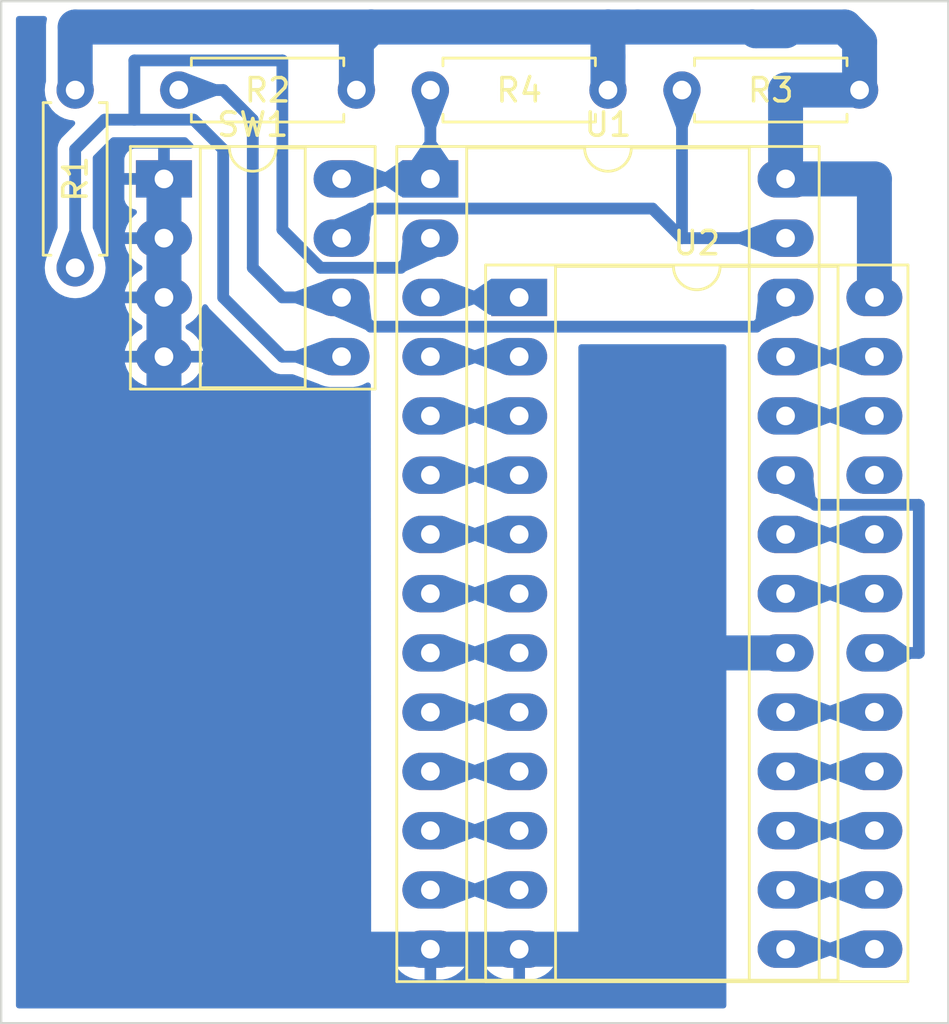
<source format=kicad_pcb>
(kicad_pcb (version 20240108) (generator "pcbnew") (generator_version "8.0")
  (title_block (title "27512 on 2332 socket adaptor") (date "2024-05-24") (rev "0.1") (company "Mercury-Nihombashi"))
  (layers (0 "F.Cu" signal) (31 "B.Cu" signal) (34 "B.Paste" user) (35 "F.Paste" user) (36 "B.SilkS" user "B.Silkscreen") (37 "F.SilkS" user "F.Silkscreen") (38 "B.Mask" user) (39 "F.Mask" user) (44 "Edge.Cuts" user))
  (net 0 "")
  (net 1 "VCC")
  (net 2 "GND")
  (net 3 "/A12")
  (net 4 "/A13")
  (net 5 "/A14")
  (net 6 "/A15")
  (net 7 "/A7")
  (net 8 "/A6")
  (net 9 "/A5")
  (net 10 "/A4")
  (net 11 "/A3")
  (net 12 "/A2")
  (net 13 "/A1")
  (net 14 "/A0")
  (net 15 "/D0")
  (net 16 "/D1")
  (net 17 "/D2")
  (net 18 "/D3")
  (net 19 "/D4")
  (net 20 "/D5")
  (net 21 "/D6")
  (net 22 "/D7")
  (net 23 "Net-(U1-~{OE})")
  (net 24 "/A10")
  (net 26 "/A11")
  (net 27 "/A9")
  (net 28 "/A8")
  (footprint "Package_DIP:DIP-24_W15.24mm_Socket_LongPads" (layer "F.Cu") (at 84.549 33.82)
    (property "Reference" "U2" (at 7.62 -2.33 0) (layer "F.SilkS"))
    (property "Value" "MZ1200_MROM_SOCKET")
    (fp_line (start -1.44 -1.39) (end -1.44 29.33) (stroke (width 0.12)) (layer "F.SilkS"))
    (fp_line (start -1.44 29.33) (end 16.68 29.33) (stroke (width 0.12)) (layer "F.SilkS"))
    (fp_line (start 1.56 -1.33) (end 1.56 29.27) (stroke (width 0.12)) (layer "F.SilkS"))
    (fp_line (start 1.56 29.27) (end 13.68 29.27) (stroke (width 0.12)) (layer "F.SilkS"))
    (fp_line (start 6.62 -1.33) (end 1.56 -1.33) (stroke (width 0.12)) (layer "F.SilkS"))
    (fp_line (start 13.68 -1.33) (end 8.62 -1.33) (stroke (width 0.12)) (layer "F.SilkS"))
    (fp_line (start 13.68 29.27) (end 13.68 -1.33) (stroke (width 0.12)) (layer "F.SilkS"))
    (fp_line (start 16.68 -1.39) (end -1.44 -1.39) (stroke (width 0.12)) (layer "F.SilkS"))
    (fp_line (start 16.68 29.33) (end 16.68 -1.39) (stroke (width 0.12)) (layer "F.SilkS"))
    (fp_arc (start 8.62 -1.33) (mid 7.62 -0.33) (end 6.62 -1.33) (stroke (width 0.12)) (layer "F.SilkS"))
    (pad "1" thru_hole rect (at 0 0) (size 2.4 1.6) (drill 0.8) (layers "*.Cu" "*.Mask") (net 7 "/A7"))
    (pad "2" thru_hole oval (at 0 2.54) (size 2.4 1.6) (drill 0.8) (layers "*.Cu" "*.Mask") (net 8 "/A6"))
    (pad "3" thru_hole oval (at 0 5.08) (size 2.4 1.6) (drill 0.8) (layers "*.Cu" "*.Mask") (net 9 "/A5"))
    (pad "4" thru_hole oval (at 0 7.62) (size 2.4 1.6) (drill 0.8) (layers "*.Cu" "*.Mask") (net 10 "/A4"))
    (pad "5" thru_hole oval (at 0 10.16) (size 2.4 1.6) (drill 0.8) (layers "*.Cu" "*.Mask") (net 11 "/A3"))
    (pad "6" thru_hole oval (at 0 12.7) (size 2.4 1.6) (drill 0.8) (layers "*.Cu" "*.Mask") (net 12 "/A2"))
    (pad "7" thru_hole oval (at 0 15.24) (size 2.4 1.6) (drill 0.8) (layers "*.Cu" "*.Mask") (net 13 "/A1"))
    (pad "8" thru_hole oval (at 0 17.78) (size 2.4 1.6) (drill 0.8) (layers "*.Cu" "*.Mask") (net 14 "/A0"))
    (pad "9" thru_hole oval (at 0 20.32) (size 2.4 1.6) (drill 0.8) (layers "*.Cu" "*.Mask") (net 15 "/D0"))
    (pad "10" thru_hole oval (at 0 22.86) (size 2.4 1.6) (drill 0.8) (layers "*.Cu" "*.Mask") (net 16 "/D1"))
    (pad "11" thru_hole oval (at 0 25.4) (size 2.4 1.6) (drill 0.8) (layers "*.Cu" "*.Mask") (net 17 "/D2"))
    (pad "12" thru_hole oval (at 0 27.94) (size 2.4 1.6) (drill 0.8) (layers "*.Cu" "*.Mask") (net 2 "GND"))
    (pad "13" thru_hole oval (at 15.24 27.94) (size 2.4 1.6) (drill 0.8) (layers "*.Cu" "*.Mask") (net 18 "/D3"))
    (pad "14" thru_hole oval (at 15.24 25.4) (size 2.4 1.6) (drill 0.8) (layers "*.Cu" "*.Mask") (net 19 "/D4"))
    (pad "15" thru_hole oval (at 15.24 22.86) (size 2.4 1.6) (drill 0.8) (layers "*.Cu" "*.Mask") (net 20 "/D5"))
    (pad "16" thru_hole oval (at 15.24 20.32) (size 2.4 1.6) (drill 0.8) (layers "*.Cu" "*.Mask") (net 21 "/D6"))
    (pad "17" thru_hole oval (at 15.24 17.78) (size 2.4 1.6) (drill 0.8) (layers "*.Cu" "*.Mask") (net 22 "/D7"))
    (pad "18" thru_hole oval (at 15.24 15.24) (size 2.4 1.6) (drill 0.8) (layers "*.Cu" "*.Mask") (net 26 "/A11"))
    (pad "19" thru_hole oval (at 15.24 12.7) (size 2.4 1.6) (drill 0.8) (layers "*.Cu" "*.Mask") (net 24 "/A10"))
    (pad "20" thru_hole oval (at 15.24 10.16) (size 2.4 1.6) (drill 0.8) (layers "*.Cu" "*.Mask") (net 23 "Net-(U1-~{OE})"))
    (pad "21" thru_hole oval (at 15.24 7.62) (size 2.4 1.6) (drill 0.8) (layers "*.Cu" "*.Mask"))
    (pad "22" thru_hole oval (at 15.24 5.08) (size 2.4 1.6) (drill 0.8) (layers "*.Cu" "*.Mask") (net 27 "/A9"))
    (pad "23" thru_hole oval (at 15.24 2.54) (size 2.4 1.6) (drill 0.8) (layers "*.Cu" "*.Mask") (net 28 "/A8"))
    (pad "24" thru_hole oval (at 15.24 0) (size 2.4 1.6) (drill 0.8) (layers "*.Cu" "*.Mask") (net 1 "VCC"))
  )
  (footprint "Resistor_THT:R_Axial_DIN0207_L6.3mm_D2.5mm_P7.62mm_Horizontal" (layer "F.Cu") (at 65.499 32.55 90)
    (property "Reference" "R1" (at 3.81 0.011 -90) (layer "F.SilkS"))
    (property "Value" "10k")
    (fp_line (start 7.08 -1.37) (end 7.08 -1.04) (stroke (width 0.12)) (layer "F.SilkS"))
    (fp_line (start 0.54 -1.37) (end 7.08 -1.37) (stroke (width 0.12)) (layer "F.SilkS"))
    (fp_line (start 0.54 -1.04) (end 0.54 -1.37) (stroke (width 0.12)) (layer "F.SilkS"))
    (fp_line (start 0.54 1.04) (end 0.54 1.37) (stroke (width 0.12)) (layer "F.SilkS"))
    (fp_line (start 7.08 1.37) (end 7.08 1.04) (stroke (width 0.12)) (layer "F.SilkS"))
    (fp_line (start 0.54 1.37) (end 7.08 1.37) (stroke (width 0.12)) (layer "F.SilkS"))
    (pad "1" thru_hole circle (at 0 0 90) (size 1.6 1.6) (drill 0.8) (layers "*.Cu" "*.Mask") (net 3 "/A12"))
    (pad "2" thru_hole oval (at 7.62 0 90) (size 1.6 1.6) (drill 0.8) (layers "*.Cu" "*.Mask") (net 1 "VCC"))
  )
  (footprint "Resistor_THT:R_Axial_DIN0207_L6.3mm_D2.5mm_P7.62mm_Horizontal" (layer "F.Cu") (at 80.739 24.93)
    (property "Reference" "R4" (at 3.81 0.011 0) (layer "F.SilkS"))
    (property "Value" "10k")
    (fp_line (start 0.54 -1.37) (end 7.08 -1.37) (stroke (width 0.12)) (layer "F.SilkS"))
    (fp_line (start 0.54 -1.04) (end 0.54 -1.37) (stroke (width 0.12)) (layer "F.SilkS"))
    (fp_line (start 0.54 1.04) (end 0.54 1.37) (stroke (width 0.12)) (layer "F.SilkS"))
    (fp_line (start 0.54 1.37) (end 7.08 1.37) (stroke (width 0.12)) (layer "F.SilkS"))
    (fp_line (start 7.08 -1.37) (end 7.08 -1.04) (stroke (width 0.12)) (layer "F.SilkS"))
    (fp_line (start 7.08 1.37) (end 7.08 1.04) (stroke (width 0.12)) (layer "F.SilkS"))
    (pad "1" thru_hole circle (at 0 0) (size 1.6 1.6) (drill 0.8) (layers "*.Cu" "*.Mask") (net 6 "/A15"))
    (pad "2" thru_hole oval (at 7.62 0) (size 1.6 1.6) (drill 0.8) (layers "*.Cu" "*.Mask") (net 1 "VCC"))
  )
  (footprint "Resistor_THT:R_Axial_DIN0207_L6.3mm_D2.5mm_P7.62mm_Horizontal" (layer "F.Cu") (at 91.534 24.93)
    (property "Reference" "R3" (at 3.81 0.011 0) (layer "F.SilkS"))
    (property "Value" "10k")
    (fp_line (start 0.54 -1.37) (end 7.08 -1.37) (stroke (width 0.12)) (layer "F.SilkS"))
    (fp_line (start 0.54 -1.04) (end 0.54 -1.37) (stroke (width 0.12)) (layer "F.SilkS"))
    (fp_line (start 0.54 1.04) (end 0.54 1.37) (stroke (width 0.12)) (layer "F.SilkS"))
    (fp_line (start 0.54 1.37) (end 7.08 1.37) (stroke (width 0.12)) (layer "F.SilkS"))
    (fp_line (start 7.08 -1.37) (end 7.08 -1.04) (stroke (width 0.12)) (layer "F.SilkS"))
    (fp_line (start 7.08 1.37) (end 7.08 1.04) (stroke (width 0.12)) (layer "F.SilkS"))
    (pad "1" thru_hole circle (at 0 0) (size 1.6 1.6) (drill 0.8) (layers "*.Cu" "*.Mask") (net 5 "/A14"))
    (pad "2" thru_hole oval (at 7.62 0) (size 1.6 1.6) (drill 0.8) (layers "*.Cu" "*.Mask") (net 1 "VCC"))
  )
  (footprint "Package_DIP:DIP-8_W7.62mm_Socket_LongPads" (layer "F.Cu") (at 69.309 28.74)
    (property "Reference" "SW1" (at 3.81 -2.33 0) (layer "F.SilkS"))
    (property "Value" "SW_DIP_x04")
    (fp_line (start -1.44 -1.39) (end -1.44 9.01) (stroke (width 0.12)) (layer "F.SilkS"))
    (fp_line (start -1.44 9.01) (end 9.06 9.01) (stroke (width 0.12)) (layer "F.SilkS"))
    (fp_line (start 1.56 -1.33) (end 1.56 8.95) (stroke (width 0.12)) (layer "F.SilkS"))
    (fp_line (start 1.56 8.95) (end 6.06 8.95) (stroke (width 0.12)) (layer "F.SilkS"))
    (fp_line (start 2.81 -1.33) (end 1.56 -1.33) (stroke (width 0.12)) (layer "F.SilkS"))
    (fp_line (start 6.06 -1.33) (end 4.81 -1.33) (stroke (width 0.12)) (layer "F.SilkS"))
    (fp_line (start 6.06 8.95) (end 6.06 -1.33) (stroke (width 0.12)) (layer "F.SilkS"))
    (fp_line (start 9.06 -1.39) (end -1.44 -1.39) (stroke (width 0.12)) (layer "F.SilkS"))
    (fp_line (start 9.06 9.01) (end 9.06 -1.39) (stroke (width 0.12)) (layer "F.SilkS"))
    (fp_arc (start 4.81 -1.33) (mid 3.81 -0.33) (end 2.81 -1.33) (stroke (width 0.12)) (layer "F.SilkS"))
    (pad "1" thru_hole rect (at 0 0) (size 2.4 1.6) (drill 0.8) (layers "*.Cu" "*.Mask") (net 2 "GND"))
    (pad "2" thru_hole oval (at 0 2.54) (size 2.4 1.6) (drill 0.8) (layers "*.Cu" "*.Mask") (net 2 "GND"))
    (pad "3" thru_hole oval (at 0 5.08) (size 2.4 1.6) (drill 0.8) (layers "*.Cu" "*.Mask") (net 2 "GND"))
    (pad "4" thru_hole oval (at 0 7.62) (size 2.4 1.6) (drill 0.8) (layers "*.Cu" "*.Mask") (net 2 "GND"))
    (pad "5" thru_hole oval (at 7.62 7.62) (size 2.4 1.6) (drill 0.8) (layers "*.Cu" "*.Mask") (net 3 "/A12"))
    (pad "6" thru_hole oval (at 7.62 5.08) (size 2.4 1.6) (drill 0.8) (layers "*.Cu" "*.Mask") (net 4 "/A13"))
    (pad "7" thru_hole oval (at 7.62 2.54) (size 2.4 1.6) (drill 0.8) (layers "*.Cu" "*.Mask") (net 5 "/A14"))
    (pad "8" thru_hole oval (at 7.62 0) (size 2.4 1.6) (drill 0.8) (layers "*.Cu" "*.Mask") (net 6 "/A15"))
  )
  (footprint "Resistor_THT:R_Axial_DIN0207_L6.3mm_D2.5mm_P7.62mm_Horizontal" (layer "F.Cu") (at 69.944 24.93)
    (property "Reference" "R2" (at 3.81 0.011 0) (layer "F.SilkS"))
    (property "Value" "10k")
    (fp_line (start 0.54 -1.37) (end 7.08 -1.37) (stroke (width 0.12)) (layer "F.SilkS"))
    (fp_line (start 0.54 -1.04) (end 0.54 -1.37) (stroke (width 0.12)) (layer "F.SilkS"))
    (fp_line (start 0.54 1.04) (end 0.54 1.37) (stroke (width 0.12)) (layer "F.SilkS"))
    (fp_line (start 0.54 1.37) (end 7.08 1.37) (stroke (width 0.12)) (layer "F.SilkS"))
    (fp_line (start 7.08 -1.37) (end 7.08 -1.04) (stroke (width 0.12)) (layer "F.SilkS"))
    (fp_line (start 7.08 1.37) (end 7.08 1.04) (stroke (width 0.12)) (layer "F.SilkS"))
    (pad "1" thru_hole circle (at 0 0) (size 1.6 1.6) (drill 0.8) (layers "*.Cu" "*.Mask") (net 4 "/A13"))
    (pad "2" thru_hole oval (at 7.62 0) (size 1.6 1.6) (drill 0.8) (layers "*.Cu" "*.Mask") (net 1 "VCC"))
  )
  (footprint "Package_DIP:DIP-28_W15.24mm_Socket_LongPads" (layer "F.Cu") (at 80.739 28.74)
    (property "Reference" "U1" (at 7.62 -2.33 0) (layer "F.SilkS"))
    (property "Value" "27512")
    (fp_line (start -1.44 -1.39) (end -1.44 34.41) (stroke (width 0.12)) (layer "F.SilkS"))
    (fp_line (start -1.44 34.41) (end 16.68 34.41) (stroke (width 0.12)) (layer "F.SilkS"))
    (fp_line (start 1.56 -1.33) (end 1.56 34.35) (stroke (width 0.12)) (layer "F.SilkS"))
    (fp_line (start 1.56 34.35) (end 13.68 34.35) (stroke (width 0.12)) (layer "F.SilkS"))
    (fp_line (start 6.62 -1.33) (end 1.56 -1.33) (stroke (width 0.12)) (layer "F.SilkS"))
    (fp_line (start 13.68 -1.33) (end 8.62 -1.33) (stroke (width 0.12)) (layer "F.SilkS"))
    (fp_line (start 13.68 34.35) (end 13.68 -1.33) (stroke (width 0.12)) (layer "F.SilkS"))
    (fp_line (start 16.68 -1.39) (end -1.44 -1.39) (stroke (width 0.12)) (layer "F.SilkS"))
    (fp_line (start 16.68 34.41) (end 16.68 -1.39) (stroke (width 0.12)) (layer "F.SilkS"))
    (fp_arc (start 8.62 -1.33) (mid 7.62 -0.33) (end 6.62 -1.33) (stroke (width 0.12)) (layer "F.SilkS"))
    (pad "1" thru_hole rect (at 0 0) (size 2.4 1.6) (drill 0.8) (layers "*.Cu" "*.Mask") (net 6 "/A15"))
    (pad "2" thru_hole oval (at 0 2.54) (size 2.4 1.6) (drill 0.8) (layers "*.Cu" "*.Mask") (net 3 "/A12"))
    (pad "3" thru_hole oval (at 0 5.08) (size 2.4 1.6) (drill 0.8) (layers "*.Cu" "*.Mask") (net 7 "/A7"))
    (pad "4" thru_hole oval (at 0 7.62) (size 2.4 1.6) (drill 0.8) (layers "*.Cu" "*.Mask") (net 8 "/A6"))
    (pad "5" thru_hole oval (at 0 10.16) (size 2.4 1.6) (drill 0.8) (layers "*.Cu" "*.Mask") (net 9 "/A5"))
    (pad "6" thru_hole oval (at 0 12.7) (size 2.4 1.6) (drill 0.8) (layers "*.Cu" "*.Mask") (net 10 "/A4"))
    (pad "7" thru_hole oval (at 0 15.24) (size 2.4 1.6) (drill 0.8) (layers "*.Cu" "*.Mask") (net 11 "/A3"))
    (pad "8" thru_hole oval (at 0 17.78) (size 2.4 1.6) (drill 0.8) (layers "*.Cu" "*.Mask") (net 12 "/A2"))
    (pad "9" thru_hole oval (at 0 20.32) (size 2.4 1.6) (drill 0.8) (layers "*.Cu" "*.Mask") (net 13 "/A1"))
    (pad "10" thru_hole oval (at 0 22.86) (size 2.4 1.6) (drill 0.8) (layers "*.Cu" "*.Mask") (net 14 "/A0"))
    (pad "11" thru_hole oval (at 0 25.4) (size 2.4 1.6) (drill 0.8) (layers "*.Cu" "*.Mask") (net 15 "/D0"))
    (pad "12" thru_hole oval (at 0 27.94) (size 2.4 1.6) (drill 0.8) (layers "*.Cu" "*.Mask") (net 16 "/D1"))
    (pad "13" thru_hole oval (at 0 30.48) (size 2.4 1.6) (drill 0.8) (layers "*.Cu" "*.Mask") (net 17 "/D2"))
    (pad "14" thru_hole oval (at 0 33.02) (size 2.4 1.6) (drill 0.8) (layers "*.Cu" "*.Mask") (net 2 "GND"))
    (pad "15" thru_hole oval (at 15.24 33.02) (size 2.4 1.6) (drill 0.8) (layers "*.Cu" "*.Mask") (net 18 "/D3"))
    (pad "16" thru_hole oval (at 15.24 30.48) (size 2.4 1.6) (drill 0.8) (layers "*.Cu" "*.Mask") (net 19 "/D4"))
    (pad "17" thru_hole oval (at 15.24 27.94) (size 2.4 1.6) (drill 0.8) (layers "*.Cu" "*.Mask") (net 20 "/D5"))
    (pad "18" thru_hole oval (at 15.24 25.4) (size 2.4 1.6) (drill 0.8) (layers "*.Cu" "*.Mask") (net 21 "/D6"))
    (pad "19" thru_hole oval (at 15.24 22.86) (size 2.4 1.6) (drill 0.8) (layers "*.Cu" "*.Mask") (net 22 "/D7"))
    (pad "20" thru_hole oval (at 15.24 20.32) (size 2.4 1.6) (drill 0.8) (layers "*.Cu" "*.Mask") (net 2 "GND"))
    (pad "21" thru_hole oval (at 15.24 17.78) (size 2.4 1.6) (drill 0.8) (layers "*.Cu" "*.Mask") (net 24 "/A10"))
    (pad "22" thru_hole oval (at 15.24 15.24) (size 2.4 1.6) (drill 0.8) (layers "*.Cu" "*.Mask") (net 23 "Net-(U1-~{OE})"))
    (pad "23" thru_hole oval (at 15.24 12.7) (size 2.4 1.6) (drill 0.8) (layers "*.Cu" "*.Mask") (net 26 "/A11"))
    (pad "24" thru_hole oval (at 15.24 10.16) (size 2.4 1.6) (drill 0.8) (layers "*.Cu" "*.Mask") (net 27 "/A9"))
    (pad "25" thru_hole oval (at 15.24 7.62) (size 2.4 1.6) (drill 0.8) (layers "*.Cu" "*.Mask") (net 28 "/A8"))
    (pad "26" thru_hole oval (at 15.24 5.08) (size 2.4 1.6) (drill 0.8) (layers "*.Cu" "*.Mask") (net 4 "/A13"))
    (pad "27" thru_hole oval (at 15.24 2.54) (size 2.4 1.6) (drill 0.8) (layers "*.Cu" "*.Mask") (net 5 "/A14"))
    (pad "28" thru_hole oval (at 15.24 0) (size 2.4 1.6) (drill 0.8) (layers "*.Cu" "*.Mask") (net 1 "VCC"))
  )
  (gr_rect (start 62.324 21.12) (end 102.964 64.935) (stroke (width 0.1)) (fill none) (layer "Edge.Cuts"))
  (segment (start 78.199 22.228) (end 77.564 22.863) (width 1.5) (layer "B.Cu") (net 1))
  (segment (start 98.519 22.228) (end 99.154 22.863) (width 1.5) (layer "B.Cu") (net 1))
  (segment (start 99.789 28.74) (end 95.979 28.74) (width 1.5) (layer "B.Cu") (net 1))
  (segment (start 95.979 22.39) (end 94.709 22.39) (width 1.5) (layer "B.Cu") (net 1))
  (segment (start 89.629 22.228) (end 88.359 22.228) (width 1.5) (layer "B.Cu") (net 1))
  (segment (start 65.499 22.228) (end 65.499 24.93) (width 1.5) (layer "B.Cu") (net 1))
  (segment (start 99.789 33.82) (end 99.789 28.74) (width 1.5) (layer "B.Cu") (net 1))
  (segment (start 78.199 22.228) (end 65.499 22.228) (width 1.5) (layer "B.Cu") (net 1))
  (segment (start 88.359 23.498) (end 88.359 24.93) (width 1.5) (layer "B.Cu") (net 1))
  (segment (start 88.359 22.228) (end 78.199 22.228) (width 1.5) (layer "B.Cu") (net 1))
  (segment (start 88.359 22.228) (end 88.359 23.498) (width 1.5) (layer "B.Cu") (net 1))
  (segment (start 94.709 22.39) (end 94.547 22.228) (width 1.5) (layer "B.Cu") (net 1))
  (segment (start 77.564 22.863) (end 77.564 24.93) (width 1.5) (layer "B.Cu") (net 1))
  (segment (start 99.154 22.863) (end 99.154 24.93) (width 1.5) (layer "B.Cu") (net 1))
  (segment (start 95.979 28.74) (end 95.979 24.93) (width 1.5) (layer "B.Cu") (net 1))
  (segment (start 95.979 24.93) (end 99.154 24.93) (width 1.5) (layer "B.Cu") (net 1))
  (segment (start 94.547 22.228) (end 98.519 22.228) (width 1.5) (layer "B.Cu") (net 1))
  (segment (start 94.547 22.228) (end 89.629 22.228) (width 1.5) (layer "B.Cu") (net 1))
  (segment (start 80.739 61.76) (end 69.309 61.76) (width 1.5) (layer "B.Cu") (net 2))
  (segment (start 90.264 49.06) (end 95.979 49.06) (width 1.5) (layer "B.Cu") (net 2))
  (segment (start 80.739 61.76) (end 84.549 61.76) (width 1.5) (layer "B.Cu") (net 2))
  (segment (start 69.309 61.76) (end 69.309 28.74) (width 1.5) (layer "B.Cu") (net 2))
  (segment (start 90.264 61.76) (end 90.264 49.06) (width 1.5) (layer "B.Cu") (net 2))
  (segment (start 84.549 61.76) (end 90.264 61.76) (width 1.5) (layer "B.Cu") (net 2))
  (segment (start 74.389 30.913424) (end 76.025576 32.55) (width 0.505) (layer "B.Cu") (net 3))
  (segment (start 65.499 32.55) (end 65.499 27.47) (width 0.505) (layer "B.Cu") (net 3))
  (segment (start 71.849 27.47) (end 71.849 33.82) (width 0.505) (layer "B.Cu") (net 3))
  (segment (start 71.849 33.82) (end 74.389 36.36) (width 0.505) (layer "B.Cu") (net 3))
  (segment (start 74.389 23.66) (end 74.389 30.913424) (width 0.505) (layer "B.Cu") (net 3))
  (segment (start 76.025576 32.55) (end 79.469 32.55) (width 0.505) (layer "B.Cu") (net 3))
  (segment (start 65.499 27.47) (end 66.769 26.2) (width 0.505) (layer "B.Cu") (net 3))
  (segment (start 70.579 26.2) (end 71.849 27.47) (width 0.505) (layer "B.Cu") (net 3))
  (segment (start 68.039 23.66) (end 74.389 23.66) (width 0.505) (layer "B.Cu") (net 3))
  (segment (start 66.769 26.2) (end 68.039 26.2) (width 0.505) (layer "B.Cu") (net 3))
  (segment (start 79.469 32.55) (end 80.739 31.28) (width 0.505) (layer "B.Cu") (net 3))
  (segment (start 68.039 26.2) (end 68.039 23.66) (width 0.505) (layer "B.Cu") (net 3))
  (segment (start 68.039 26.2) (end 70.579 26.2) (width 0.505) (layer "B.Cu") (net 3))
  (segment (start 74.389 36.36) (end 76.929 36.36) (width 0.505) (layer "B.Cu") (net 3))
  (segment (start 73.119 32.55) (end 74.389 33.82) (width 0.505) (layer "B.Cu") (net 4))
  (segment (start 69.944 24.93) (end 71.849 24.93) (width 0.505) (layer "B.Cu") (net 4))
  (segment (start 94.725 35.074) (end 78.183 35.074) (width 0.505) (layer "B.Cu") (net 4))
  (segment (start 95.979 33.82) (end 94.725 35.074) (width 0.505) (layer "B.Cu") (net 4))
  (segment (start 71.849 24.93) (end 73.119 26.2) (width 0.505) (layer "B.Cu") (net 4))
  (segment (start 73.119 26.2) (end 73.119 32.55) (width 0.505) (layer "B.Cu") (net 4))
  (segment (start 78.183 35.074) (end 76.929 33.82) (width 0.505) (layer "B.Cu") (net 4))
  (segment (start 74.389 33.82) (end 76.929 33.82) (width 0.505) (layer "B.Cu") (net 4))
  (segment (start 91.534 31.28) (end 90.264 30.01) (width 0.505) (layer "B.Cu") (net 5))
  (segment (start 95.979 31.28) (end 91.534 31.28) (width 0.505) (layer "B.Cu") (net 5))
  (segment (start 78.199 30.01) (end 76.929 31.28) (width 0.505) (layer "B.Cu") (net 5))
  (segment (start 90.264 30.01) (end 78.199 30.01) (width 0.505) (layer "B.Cu") (net 5))
  (segment (start 91.534 24.93) (end 91.534 31.28) (width 0.505) (layer "B.Cu") (net 5))
  (segment (start 80.739 24.93) (end 80.739 28.74) (width 0.505) (layer "B.Cu") (net 6))
  (segment (start 80.739 28.74) (end 76.929 28.74) (width 0.505) (layer "B.Cu") (net 6))
  (segment (start 80.739 33.82) (end 84.549 33.82) (width 0.505) (layer "B.Cu") (net 7))
  (segment (start 80.739 36.36) (end 84.549 36.36) (width 0.505) (layer "B.Cu") (net 8))
  (segment (start 80.739 38.9) (end 84.549 38.9) (width 0.505) (layer "B.Cu") (net 9))
  (segment (start 80.739 41.44) (end 84.549 41.44) (width 0.505) (layer "B.Cu") (net 10))
  (segment (start 80.739 43.98) (end 84.549 43.98) (width 0.505) (layer "B.Cu") (net 11))
  (segment (start 80.739 46.52) (end 84.549 46.52) (width 0.505) (layer "B.Cu") (net 12))
  (segment (start 80.739 49.06) (end 84.549 49.06) (width 0.505) (layer "B.Cu") (net 13))
  (segment (start 80.739 51.6) (end 84.549 51.6) (width 0.505) (layer "B.Cu") (net 14))
  (segment (start 80.739 54.14) (end 84.549 54.14) (width 0.505) (layer "B.Cu") (net 15))
  (segment (start 80.739 56.68) (end 84.549 56.68) (width 0.505) (layer "B.Cu") (net 16))
  (segment (start 80.739 59.22) (end 84.549 59.22) (width 0.505) (layer "B.Cu") (net 17))
  (segment (start 95.979 61.76) (end 99.789 61.76) (width 0.505) (layer "B.Cu") (net 18))
  (segment (start 95.979 59.22) (end 99.789 59.22) (width 0.505) (layer "B.Cu") (net 19))
  (segment (start 95.979 56.68) (end 99.789 56.68) (width 0.505) (layer "B.Cu") (net 20))
  (segment (start 95.979 54.14) (end 99.789 54.14) (width 0.505) (layer "B.Cu") (net 21))
  (segment (start 95.979 51.6) (end 99.789 51.6) (width 0.505) (layer "B.Cu") (net 22))
  (segment (start 95.979 43.98) (end 99.789 43.98) (width 0.505) (layer "B.Cu") (net 23))
  (segment (start 95.979 46.52) (end 99.789 46.52) (width 0.505) (layer "B.Cu") (net 24))
  (segment (start 101.694 42.71) (end 97.249 42.71) (width 0.505) (layer "B.Cu") (net 26))
  (segment (start 101.694 49.06) (end 101.694 42.71) (width 0.505) (layer "B.Cu") (net 26))
  (segment (start 99.789 49.06) (end 101.694 49.06) (width 0.505) (layer "B.Cu") (net 26))
  (segment (start 97.249 42.71) (end 95.979 41.44) (width 0.505) (layer "B.Cu") (net 26))
  (segment (start 95.979 38.9) (end 99.789 38.9) (width 0.505) (layer "B.Cu") (net 27))
  (segment (start 95.979 36.36) (end 99.789 36.36) (width 0.505) (layer "B.Cu") (net 28))
  (zone (net 0) (net_name "") (layer "B.Cu") (connect_pads (clearance 0)) (min_thickness 0.25)
    (keepout (tracks allowed) (vias allowed) (pads allowed) (copperpour not_allowed) (footprints allowed))
    (fill (thermal_gap 0.5) (thermal_bridge_width 0.5))
    (polygon (pts (xy 87.089 32.55) (xy 78.180089 32.35) (xy 78.199 61.76) (xy 87.089 61.76)))
  )
  (zone (net 2) (net_name "GND") (layer "B.Cu") (connect_pads (clearance 0.5)) (min_thickness 0.25) (fill yes (thermal_gap 0.5) (thermal_bridge_width 0.5))
    (polygon (pts (xy 62.959 21.755) (xy 102.329 21.755) (xy 102.329 64.3) (xy 62.959 64.3)))
  )
  (zone (net 0) (net_name "") (layer "B.Cu") (connect_pads (clearance 0)) (min_thickness 0.25)
    (keepout (tracks allowed) (vias allowed) (pads allowed) (copperpour not_allowed) (footprints allowed))
    (fill (thermal_gap 0.5) (thermal_bridge_width 0.5))
    (polygon (pts (xy 93.439 32.55) (xy 93.439 64.3) (xy 102.329 64.3) (xy 102.329 32.55)))
  )
)
</source>
